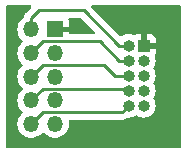
<source format=gbr>
%TF.GenerationSoftware,KiCad,Pcbnew,7.0.6*%
%TF.CreationDate,2025-02-23T16:11:35-08:00*%
%TF.ProjectId,jtag_adapter,6a746167-5f61-4646-9170-7465722e6b69,rev?*%
%TF.SameCoordinates,Original*%
%TF.FileFunction,Copper,L1,Top*%
%TF.FilePolarity,Positive*%
%FSLAX46Y46*%
G04 Gerber Fmt 4.6, Leading zero omitted, Abs format (unit mm)*
G04 Created by KiCad (PCBNEW 7.0.6) date 2025-02-23 16:11:35*
%MOMM*%
%LPD*%
G01*
G04 APERTURE LIST*
%TA.AperFunction,ComponentPad*%
%ADD10R,1.350000X1.350000*%
%TD*%
%TA.AperFunction,ComponentPad*%
%ADD11O,1.350000X1.350000*%
%TD*%
%TA.AperFunction,ComponentPad*%
%ADD12R,1.000000X1.000000*%
%TD*%
%TA.AperFunction,ComponentPad*%
%ADD13O,1.000000X1.000000*%
%TD*%
%TA.AperFunction,Conductor*%
%ADD14C,0.250000*%
%TD*%
G04 APERTURE END LIST*
D10*
%TO.P,J2,1,VTref*%
%TO.N,+3.3V*%
X73120000Y-71470000D03*
D11*
%TO.P,J2,2,SWDIO/TMS*%
%TO.N,Net-(J1-SWDIO{slash}TMS)*%
X71120000Y-71470000D03*
%TO.P,J2,3,GND*%
%TO.N,GND*%
X73120000Y-73470000D03*
%TO.P,J2,4,SWDCLK/TCK*%
%TO.N,Net-(J1-SWDCLK{slash}TCK)*%
X71120000Y-73470000D03*
%TO.P,J2,5,GND*%
%TO.N,GND*%
X73120000Y-75470000D03*
%TO.P,J2,6,SWO/TDO*%
%TO.N,Net-(J1-SWO{slash}TDO)*%
X71120000Y-75470000D03*
%TO.P,J2,7,KEY*%
%TO.N,unconnected-(J2-KEY-Pad7)*%
X73120000Y-77470000D03*
%TO.P,J2,8,NC/TDI*%
%TO.N,Net-(J1-NC{slash}TDI)*%
X71120000Y-77470000D03*
%TO.P,J2,9,GNDDetect*%
%TO.N,GND*%
X73120000Y-79470000D03*
%TO.P,J2,10,~{RESET}*%
%TO.N,Net-(J1-~{RESET})*%
X71120000Y-79470000D03*
%TD*%
D12*
%TO.P,J1,1,VTref*%
%TO.N,+3.3V*%
X80645000Y-72848804D03*
D13*
%TO.P,J1,2,SWDIO/TMS*%
%TO.N,Net-(J1-SWDIO{slash}TMS)*%
X79375000Y-72848804D03*
%TO.P,J1,3,GND*%
%TO.N,GND*%
X80645000Y-74118804D03*
%TO.P,J1,4,SWDCLK/TCK*%
%TO.N,Net-(J1-SWDCLK{slash}TCK)*%
X79375000Y-74118804D03*
%TO.P,J1,5,GND*%
%TO.N,GND*%
X80645000Y-75388804D03*
%TO.P,J1,6,SWO/TDO*%
%TO.N,Net-(J1-SWO{slash}TDO)*%
X79375000Y-75388804D03*
%TO.P,J1,7,KEY*%
%TO.N,unconnected-(J1-KEY-Pad7)*%
X80645000Y-76658804D03*
%TO.P,J1,8,NC/TDI*%
%TO.N,Net-(J1-NC{slash}TDI)*%
X79375000Y-76658804D03*
%TO.P,J1,9,GNDDetect*%
%TO.N,GND*%
X80645000Y-77928804D03*
%TO.P,J1,10,~{RESET}*%
%TO.N,Net-(J1-~{RESET})*%
X79375000Y-77928804D03*
%TD*%
D14*
%TO.N,Net-(J1-~{RESET})*%
X78833804Y-78470000D02*
X72120000Y-78470000D01*
X72120000Y-78470000D02*
X71120000Y-79470000D01*
X79375000Y-77928804D02*
X78833804Y-78470000D01*
%TO.N,Net-(J1-NC{slash}TDI)*%
X72120000Y-76470000D02*
X71120000Y-77470000D01*
X79375000Y-76658804D02*
X79186196Y-76470000D01*
X79186196Y-76470000D02*
X72120000Y-76470000D01*
%TO.N,Net-(J1-SWO{slash}TDO)*%
X78213804Y-75388804D02*
X77295000Y-74470000D01*
X79375000Y-75388804D02*
X78213804Y-75388804D01*
X72120000Y-74470000D02*
X71120000Y-75470000D01*
X77295000Y-74470000D02*
X72120000Y-74470000D01*
%TO.N,Net-(J1-SWDCLK{slash}TCK)*%
X76915000Y-72470000D02*
X72120000Y-72470000D01*
X72120000Y-72470000D02*
X71120000Y-73470000D01*
X78563804Y-74118804D02*
X76915000Y-72470000D01*
X79375000Y-74118804D02*
X78563804Y-74118804D01*
%TO.N,Net-(J1-SWDIO{slash}TMS)*%
X71120000Y-70485000D02*
X71120000Y-71470000D01*
X71755000Y-69850000D02*
X71120000Y-70485000D01*
X75565000Y-69850000D02*
X71755000Y-69850000D01*
X78563804Y-72848804D02*
X75565000Y-69850000D01*
X79375000Y-72848804D02*
X78563804Y-72848804D01*
%TD*%
%TA.AperFunction,Conductor*%
%TO.N,+3.3V*%
G36*
X71088280Y-69419491D02*
G01*
X71134035Y-69472295D01*
X71143979Y-69541453D01*
X71114954Y-69605009D01*
X71108922Y-69611487D01*
X70736208Y-69984199D01*
X70723951Y-69994020D01*
X70724134Y-69994241D01*
X70718123Y-69999213D01*
X70670772Y-70049636D01*
X70649889Y-70070519D01*
X70649877Y-70070532D01*
X70645621Y-70076017D01*
X70641837Y-70080447D01*
X70609937Y-70114418D01*
X70609936Y-70114420D01*
X70600284Y-70131976D01*
X70589610Y-70148226D01*
X70577329Y-70164061D01*
X70577324Y-70164068D01*
X70558815Y-70206838D01*
X70556245Y-70212084D01*
X70533803Y-70252906D01*
X70528822Y-70272307D01*
X70522521Y-70290710D01*
X70514562Y-70309102D01*
X70514561Y-70309105D01*
X70507271Y-70355127D01*
X70506087Y-70360846D01*
X70494501Y-70405972D01*
X70493523Y-70413718D01*
X70492177Y-70413548D01*
X70474815Y-70472676D01*
X70435779Y-70511063D01*
X70408568Y-70527911D01*
X70408567Y-70527912D01*
X70247574Y-70674675D01*
X70116288Y-70848527D01*
X70019184Y-71043537D01*
X69959564Y-71253081D01*
X69939464Y-71469999D01*
X69939464Y-71470000D01*
X69959564Y-71686918D01*
X69959564Y-71686920D01*
X69959565Y-71686923D01*
X70005624Y-71848804D01*
X70019184Y-71896462D01*
X70116288Y-72091472D01*
X70247574Y-72265324D01*
X70371572Y-72378363D01*
X70407854Y-72438074D01*
X70406093Y-72507922D01*
X70371572Y-72561637D01*
X70247574Y-72674675D01*
X70116288Y-72848527D01*
X70019184Y-73043537D01*
X69998799Y-73115185D01*
X69961168Y-73247445D01*
X69959564Y-73253081D01*
X69939464Y-73469999D01*
X69939464Y-73470000D01*
X69959564Y-73686918D01*
X69959564Y-73686920D01*
X69959565Y-73686923D01*
X70007436Y-73855171D01*
X70019184Y-73896462D01*
X70116288Y-74091472D01*
X70247574Y-74265324D01*
X70371572Y-74378363D01*
X70407854Y-74438074D01*
X70406093Y-74507922D01*
X70371572Y-74561637D01*
X70247574Y-74674675D01*
X70116288Y-74848527D01*
X70019184Y-75043537D01*
X70019182Y-75043541D01*
X70019183Y-75043541D01*
X69961168Y-75247445D01*
X69959564Y-75253081D01*
X69939464Y-75469999D01*
X69939464Y-75470000D01*
X69959564Y-75686918D01*
X69959564Y-75686920D01*
X69959565Y-75686923D01*
X70019183Y-75896459D01*
X70019184Y-75896462D01*
X70116288Y-76091472D01*
X70247574Y-76265324D01*
X70371572Y-76378363D01*
X70407854Y-76438074D01*
X70406093Y-76507922D01*
X70371572Y-76561637D01*
X70247574Y-76674675D01*
X70116288Y-76848527D01*
X70019184Y-77043537D01*
X70019182Y-77043541D01*
X70019183Y-77043541D01*
X69961168Y-77247445D01*
X69959564Y-77253081D01*
X69939464Y-77469999D01*
X69939464Y-77470000D01*
X69959564Y-77686918D01*
X69959564Y-77686920D01*
X69959565Y-77686923D01*
X70019183Y-77896459D01*
X70019184Y-77896462D01*
X70116288Y-78091472D01*
X70247574Y-78265324D01*
X70371572Y-78378363D01*
X70407854Y-78438074D01*
X70406093Y-78507922D01*
X70371572Y-78561637D01*
X70247574Y-78674675D01*
X70116288Y-78848527D01*
X70019184Y-79043537D01*
X70004777Y-79094172D01*
X69961168Y-79247445D01*
X69959564Y-79253081D01*
X69939464Y-79469999D01*
X69939464Y-79470000D01*
X69959564Y-79686918D01*
X69959564Y-79686920D01*
X69959565Y-79686923D01*
X70019183Y-79896459D01*
X70116288Y-80091472D01*
X70247573Y-80265322D01*
X70408568Y-80412088D01*
X70408575Y-80412092D01*
X70408576Y-80412093D01*
X70593786Y-80526770D01*
X70593792Y-80526773D01*
X70616664Y-80535633D01*
X70796931Y-80605470D01*
X71011074Y-80645500D01*
X71011076Y-80645500D01*
X71228924Y-80645500D01*
X71228926Y-80645500D01*
X71443069Y-80605470D01*
X71646210Y-80526772D01*
X71831432Y-80412088D01*
X71992427Y-80265322D01*
X72021047Y-80227422D01*
X72077153Y-80185787D01*
X72146865Y-80181094D01*
X72208048Y-80214836D01*
X72218946Y-80227414D01*
X72247573Y-80265322D01*
X72408568Y-80412088D01*
X72408575Y-80412092D01*
X72408576Y-80412093D01*
X72593786Y-80526770D01*
X72593792Y-80526773D01*
X72616664Y-80535633D01*
X72796931Y-80605470D01*
X73011074Y-80645500D01*
X73011076Y-80645500D01*
X73228924Y-80645500D01*
X73228926Y-80645500D01*
X73443069Y-80605470D01*
X73646210Y-80526772D01*
X73831432Y-80412088D01*
X73992427Y-80265322D01*
X74123712Y-80091472D01*
X74220817Y-79896459D01*
X74280435Y-79686923D01*
X74300536Y-79470000D01*
X74280435Y-79253077D01*
X74279382Y-79247445D01*
X74280587Y-79247219D01*
X74281125Y-79183561D01*
X74319395Y-79125104D01*
X74383194Y-79096617D01*
X74399803Y-79095500D01*
X78751061Y-79095500D01*
X78766681Y-79097224D01*
X78766708Y-79096939D01*
X78774464Y-79097671D01*
X78774471Y-79097673D01*
X78843618Y-79095500D01*
X78873154Y-79095500D01*
X78880032Y-79094630D01*
X78885845Y-79094172D01*
X78932431Y-79092709D01*
X78951673Y-79087117D01*
X78970716Y-79083174D01*
X78990596Y-79080664D01*
X79033926Y-79063507D01*
X79039450Y-79061617D01*
X79043200Y-79060527D01*
X79084194Y-79048618D01*
X79101433Y-79038422D01*
X79118907Y-79029862D01*
X79137531Y-79022488D01*
X79137531Y-79022487D01*
X79137536Y-79022486D01*
X79175253Y-78995082D01*
X79180109Y-78991892D01*
X79220224Y-78968170D01*
X79223596Y-78964796D01*
X79284914Y-78931306D01*
X79323435Y-78929066D01*
X79375000Y-78934145D01*
X79571132Y-78914828D01*
X79759727Y-78857618D01*
X79933538Y-78764714D01*
X79933544Y-78764708D01*
X79938607Y-78761327D01*
X79939703Y-78762968D01*
X79995639Y-78739209D01*
X80064507Y-78750998D01*
X80081148Y-78761692D01*
X80081393Y-78761327D01*
X80086458Y-78764711D01*
X80086462Y-78764714D01*
X80260273Y-78857618D01*
X80448868Y-78914828D01*
X80645000Y-78934145D01*
X80841132Y-78914828D01*
X81029727Y-78857618D01*
X81203538Y-78764714D01*
X81355883Y-78639687D01*
X81480910Y-78487342D01*
X81573814Y-78313531D01*
X81631024Y-78124936D01*
X81650341Y-77928804D01*
X81631024Y-77732672D01*
X81573814Y-77544077D01*
X81480910Y-77370266D01*
X81480907Y-77370262D01*
X81477523Y-77365197D01*
X81479164Y-77364100D01*
X81455405Y-77308165D01*
X81467194Y-77239297D01*
X81477888Y-77222655D01*
X81477523Y-77222411D01*
X81480904Y-77217348D01*
X81480910Y-77217342D01*
X81573814Y-77043531D01*
X81631024Y-76854936D01*
X81650341Y-76658804D01*
X81631024Y-76462672D01*
X81573814Y-76274077D01*
X81569135Y-76265324D01*
X81560986Y-76250079D01*
X81480910Y-76100266D01*
X81480907Y-76100262D01*
X81477523Y-76095197D01*
X81479164Y-76094100D01*
X81455405Y-76038165D01*
X81467194Y-75969297D01*
X81477888Y-75952655D01*
X81477523Y-75952411D01*
X81480904Y-75947348D01*
X81480910Y-75947342D01*
X81573814Y-75773531D01*
X81631024Y-75584936D01*
X81650341Y-75388804D01*
X81631024Y-75192672D01*
X81573814Y-75004077D01*
X81480910Y-74830266D01*
X81480907Y-74830262D01*
X81477523Y-74825197D01*
X81479164Y-74824100D01*
X81455405Y-74768165D01*
X81467194Y-74699297D01*
X81477888Y-74682655D01*
X81477523Y-74682411D01*
X81480904Y-74677348D01*
X81480910Y-74677342D01*
X81573814Y-74503531D01*
X81631024Y-74314936D01*
X81650341Y-74118804D01*
X81631024Y-73922672D01*
X81573814Y-73734077D01*
X81572419Y-73731467D01*
X81572100Y-73729939D01*
X81571482Y-73728445D01*
X81571765Y-73728327D01*
X81558174Y-73663065D01*
X81582512Y-73598694D01*
X81588351Y-73590893D01*
X81638597Y-73456180D01*
X81638598Y-73456176D01*
X81644999Y-73396648D01*
X81645000Y-73396631D01*
X81645000Y-73098804D01*
X80859483Y-73098804D01*
X80930801Y-73013811D01*
X80970000Y-72906110D01*
X80970000Y-72791498D01*
X80930801Y-72683797D01*
X80857129Y-72595999D01*
X80757871Y-72538692D01*
X80673436Y-72523804D01*
X80616564Y-72523804D01*
X80532129Y-72538692D01*
X80432871Y-72595999D01*
X80395000Y-72641131D01*
X80395000Y-71848804D01*
X80895000Y-71848804D01*
X80895000Y-72598804D01*
X81645000Y-72598804D01*
X81645000Y-72300976D01*
X81644999Y-72300959D01*
X81638598Y-72241431D01*
X81638596Y-72241424D01*
X81588354Y-72106717D01*
X81588350Y-72106710D01*
X81502190Y-71991616D01*
X81502187Y-71991613D01*
X81387093Y-71905453D01*
X81387086Y-71905449D01*
X81252379Y-71855207D01*
X81252372Y-71855205D01*
X81192844Y-71848804D01*
X80895000Y-71848804D01*
X80395000Y-71848804D01*
X80097155Y-71848804D01*
X80037627Y-71855205D01*
X80037620Y-71855207D01*
X79902913Y-71905449D01*
X79902907Y-71905452D01*
X79895102Y-71911296D01*
X79829638Y-71935712D01*
X79765470Y-71922053D01*
X79765359Y-71922322D01*
X79763905Y-71921720D01*
X79762341Y-71921387D01*
X79759731Y-71919992D01*
X79759730Y-71919991D01*
X79759727Y-71919990D01*
X79571132Y-71862780D01*
X79571129Y-71862779D01*
X79375000Y-71843463D01*
X79178870Y-71862779D01*
X78990266Y-71919992D01*
X78816465Y-72012891D01*
X78816463Y-72012892D01*
X78791300Y-72033542D01*
X78726989Y-72060853D01*
X78658122Y-72049059D01*
X78624958Y-72025367D01*
X76211078Y-69611487D01*
X76177593Y-69550164D01*
X76182577Y-69480472D01*
X76224449Y-69424539D01*
X76289913Y-69400122D01*
X76298759Y-69399806D01*
X83662724Y-69399806D01*
X83729763Y-69419491D01*
X83775518Y-69472295D01*
X83786724Y-69523806D01*
X83786724Y-81368621D01*
X83767039Y-81435660D01*
X83714235Y-81481415D01*
X83662724Y-81492621D01*
X69097621Y-81492621D01*
X69030582Y-81472936D01*
X68984827Y-81420132D01*
X68973621Y-81368621D01*
X68973621Y-69523806D01*
X68993306Y-69456767D01*
X69046110Y-69411012D01*
X69097621Y-69399806D01*
X71021241Y-69399806D01*
X71088280Y-69419491D01*
G37*
%TD.AperFunction*%
%TA.AperFunction,Conductor*%
G36*
X75321587Y-70495185D02*
G01*
X75342229Y-70511819D01*
X76463228Y-71632819D01*
X76496713Y-71694142D01*
X76491729Y-71763834D01*
X76449857Y-71819767D01*
X76384393Y-71844184D01*
X76375547Y-71844500D01*
X74419000Y-71844500D01*
X74351961Y-71824815D01*
X74306206Y-71772011D01*
X74295000Y-71720500D01*
X74295000Y-71720000D01*
X73435686Y-71720000D01*
X73447641Y-71708045D01*
X73505165Y-71595148D01*
X73524986Y-71470000D01*
X73505165Y-71344852D01*
X73447641Y-71231955D01*
X73435686Y-71220000D01*
X74295000Y-71220000D01*
X74295000Y-70747172D01*
X74294999Y-70747155D01*
X74288598Y-70687627D01*
X74288597Y-70687623D01*
X74271892Y-70642834D01*
X74266908Y-70573142D01*
X74300393Y-70511819D01*
X74361716Y-70478334D01*
X74388074Y-70475500D01*
X75254548Y-70475500D01*
X75321587Y-70495185D01*
G37*
%TD.AperFunction*%
%TD*%
M02*

</source>
